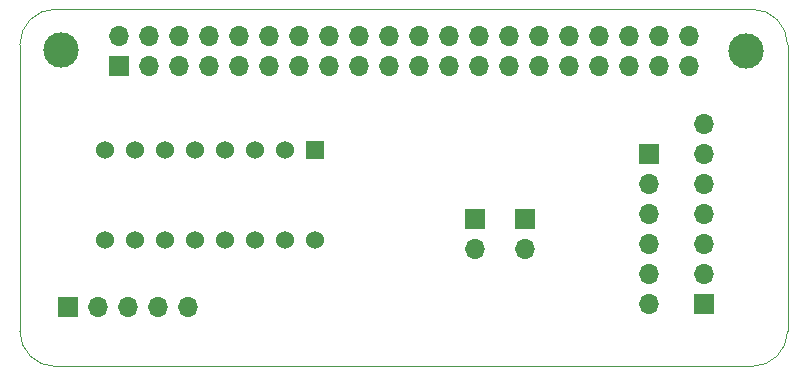
<source format=gbr>
G04 #@! TF.GenerationSoftware,KiCad,Pcbnew,(6.0.4)*
G04 #@! TF.CreationDate,2022-07-30T17:53:10+10:00*
G04 #@! TF.ProjectId,rpi_hat,7270695f-6861-4742-9e6b-696361645f70,rev?*
G04 #@! TF.SameCoordinates,Original*
G04 #@! TF.FileFunction,Soldermask,Top*
G04 #@! TF.FilePolarity,Negative*
%FSLAX46Y46*%
G04 Gerber Fmt 4.6, Leading zero omitted, Abs format (unit mm)*
G04 Created by KiCad (PCBNEW (6.0.4)) date 2022-07-30 17:53:10*
%MOMM*%
%LPD*%
G01*
G04 APERTURE LIST*
G04 #@! TA.AperFunction,Profile*
%ADD10C,0.100000*%
G04 #@! TD*
%ADD11R,1.700000X1.700000*%
%ADD12O,1.700000X1.700000*%
%ADD13R,1.524000X1.524000*%
%ADD14C,1.524000*%
%ADD15C,3.000000*%
G04 APERTURE END LIST*
D10*
X162250000Y-89999995D02*
G75*
G03*
X165249995Y-87000000I-2600J3002595D01*
G01*
X100250000Y-62750000D02*
X100250000Y-87000000D01*
X165250000Y-62750000D02*
G75*
G03*
X162250000Y-59750000I-3000000J0D01*
G01*
X162250000Y-59750000D02*
X103250000Y-59750000D01*
X165250000Y-87000000D02*
X165250000Y-62750000D01*
X103250000Y-90000000D02*
X162250000Y-90000000D01*
X103250000Y-59750000D02*
G75*
G03*
X100250000Y-62750000I0J-3000000D01*
G01*
X100250000Y-87000000D02*
G75*
G03*
X103250000Y-90000000I3000000J0D01*
G01*
D11*
X108623600Y-64522400D03*
D12*
X108623600Y-61982400D03*
X111163600Y-64522400D03*
X111163600Y-61982400D03*
X113703600Y-64522400D03*
X113703600Y-61982400D03*
X116243600Y-64522400D03*
X116243600Y-61982400D03*
X118783600Y-64522400D03*
X118783600Y-61982400D03*
X121323600Y-64522400D03*
X121323600Y-61982400D03*
X123863600Y-64522400D03*
X123863600Y-61982400D03*
X126403600Y-64522400D03*
X126403600Y-61982400D03*
X128943600Y-64522400D03*
X128943600Y-61982400D03*
X131483600Y-64522400D03*
X131483600Y-61982400D03*
X134023600Y-64522400D03*
X134023600Y-61982400D03*
X136563600Y-64522400D03*
X136563600Y-61982400D03*
X139103600Y-64522400D03*
X139103600Y-61982400D03*
X141643600Y-64522400D03*
X141643600Y-61982400D03*
X144183600Y-64522400D03*
X144183600Y-61982400D03*
X146723600Y-64522400D03*
X146723600Y-61982400D03*
X149263600Y-64522400D03*
X149263600Y-61982400D03*
X151803600Y-64522400D03*
X151803600Y-61982400D03*
X154343600Y-64522400D03*
X154343600Y-61982400D03*
X156883600Y-64522400D03*
X156883600Y-61982400D03*
D13*
X125230000Y-71690000D03*
D14*
X122690000Y-71690000D03*
X120150000Y-71690000D03*
X117610000Y-71690000D03*
X115070000Y-71690000D03*
X112530000Y-71690000D03*
X109990000Y-71690000D03*
X107450000Y-71690000D03*
X107450000Y-79310000D03*
X109990000Y-79310000D03*
X112530000Y-79310000D03*
X115070000Y-79310000D03*
X117610000Y-79310000D03*
X120150000Y-79310000D03*
X122690000Y-79310000D03*
X125230000Y-79310000D03*
D11*
X104325000Y-85000000D03*
D12*
X106865000Y-85000000D03*
X109405000Y-85000000D03*
X111945000Y-85000000D03*
X114485000Y-85000000D03*
D15*
X103743600Y-63242400D03*
D11*
X158200000Y-84700000D03*
D12*
X158200000Y-82160000D03*
X158200000Y-79620000D03*
X158200000Y-77080000D03*
X158200000Y-74540000D03*
X158200000Y-72000000D03*
X158200000Y-69460000D03*
D11*
X143000000Y-77500000D03*
D12*
X143000000Y-80040000D03*
D11*
X138750000Y-77500000D03*
D12*
X138750000Y-80040000D03*
D15*
X161743600Y-63262400D03*
D11*
X153500000Y-72000000D03*
D12*
X153500000Y-74540000D03*
X153500000Y-77080000D03*
X153500000Y-79620000D03*
X153500000Y-82160000D03*
X153500000Y-84700000D03*
M02*

</source>
